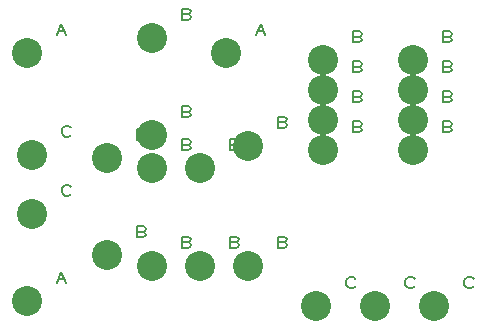
<source format=gbr>
%FSLAX35Y35*%
%MOIN*%
G04 EasyPC Gerber Version 18.0.9 Build 3640 *
%ADD19C,0.00500*%
%ADD18C,0.10000*%
X0Y0D02*
D02*
D18*
X12061Y15388D03*
Y98065D03*
X13750Y44565D03*
Y64250D03*
X38750Y30750D03*
Y63250D03*
X53750Y27250D03*
Y59750D03*
Y70750D03*
Y103250D03*
X69750Y27250D03*
Y59750D03*
X78486Y98065D03*
X85750Y27250D03*
Y67250D03*
X108565Y13750D03*
X110750Y65750D03*
Y75750D03*
Y85750D03*
Y95750D03*
X128250Y13750D03*
X140750Y65750D03*
Y75750D03*
Y85750D03*
Y95750D03*
X147935Y13750D03*
D02*
D19*
X22061Y21325D02*
X23624Y25075D01*
X25186Y21325*
X22686Y22888D02*
X24561D01*
X22061Y104002D02*
X23624Y107752D01*
X25186Y104002*
X22686Y105565D02*
X24561D01*
X26875Y51128D02*
X26563Y50815D01*
X25937Y50502*
X25000*
X24375Y50815*
X24063Y51128*
X23750Y51752*
Y53002*
X24063Y53628*
X24375Y53940*
X25000Y54252*
X25937*
X26563Y53940*
X26875Y53628*
Y70813D02*
X26563Y70500D01*
X25937Y70187*
X25000*
X24375Y70500*
X24063Y70813*
X23750Y71437*
Y72687*
X24063Y73313*
X24375Y73625*
X25000Y73937*
X25937*
X26563Y73625*
X26875Y73313*
X50937Y38563D02*
X51563Y38250D01*
X51875Y37625*
X51563Y37000*
X50937Y36687*
X48750*
Y40437*
X50937*
X51563Y40125*
X51875Y39500*
X51563Y38875*
X50937Y38563*
X48750*
X50937Y71063D02*
X51563Y70750D01*
X51875Y70125*
X51563Y69500*
X50937Y69187*
X48750*
Y72937*
X50937*
X51563Y72625*
X51875Y72000*
X51563Y71375*
X50937Y71063*
X48750*
X65937Y35063D02*
X66563Y34750D01*
X66875Y34125*
X66563Y33500*
X65937Y33187*
X63750*
Y36937*
X65937*
X66563Y36625*
X66875Y36000*
X66563Y35375*
X65937Y35063*
X63750*
X65937Y67563D02*
X66563Y67250D01*
X66875Y66625*
X66563Y66000*
X65937Y65687*
X63750*
Y69437*
X65937*
X66563Y69125*
X66875Y68500*
X66563Y67875*
X65937Y67563*
X63750*
X65937Y78563D02*
X66563Y78250D01*
X66875Y77625*
X66563Y77000*
X65937Y76687*
X63750*
Y80437*
X65937*
X66563Y80125*
X66875Y79500*
X66563Y78875*
X65937Y78563*
X63750*
X65937Y111063D02*
X66563Y110750D01*
X66875Y110125*
X66563Y109500*
X65937Y109187*
X63750*
Y112937*
X65937*
X66563Y112625*
X66875Y112000*
X66563Y111375*
X65937Y111063*
X63750*
X81937Y35063D02*
X82563Y34750D01*
X82875Y34125*
X82563Y33500*
X81937Y33187*
X79750*
Y36937*
X81937*
X82563Y36625*
X82875Y36000*
X82563Y35375*
X81937Y35063*
X79750*
X81937Y67563D02*
X82563Y67250D01*
X82875Y66625*
X82563Y66000*
X81937Y65687*
X79750*
Y69437*
X81937*
X82563Y69125*
X82875Y68500*
X82563Y67875*
X81937Y67563*
X79750*
X88486Y104002D02*
X90049Y107752D01*
X91611Y104002*
X89111Y105565D02*
X90986D01*
X97937Y35063D02*
X98563Y34750D01*
X98875Y34125*
X98563Y33500*
X97937Y33187*
X95750*
Y36937*
X97937*
X98563Y36625*
X98875Y36000*
X98563Y35375*
X97937Y35063*
X95750*
X97937Y75063D02*
X98563Y74750D01*
X98875Y74125*
X98563Y73500*
X97937Y73187*
X95750*
Y76937*
X97937*
X98563Y76625*
X98875Y76000*
X98563Y75375*
X97937Y75063*
X95750*
X121690Y20313D02*
X121378Y20000D01*
X120752Y19687*
X119815*
X119190Y20000*
X118878Y20313*
X118565Y20937*
Y22187*
X118878Y22813*
X119190Y23125*
X119815Y23437*
X120752*
X121378Y23125*
X121690Y22813*
X122937Y73563D02*
X123563Y73250D01*
X123875Y72625*
X123563Y72000*
X122937Y71687*
X120750*
Y75437*
X122937*
X123563Y75125*
X123875Y74500*
X123563Y73875*
X122937Y73563*
X120750*
X122937Y83563D02*
X123563Y83250D01*
X123875Y82625*
X123563Y82000*
X122937Y81687*
X120750*
Y85437*
X122937*
X123563Y85125*
X123875Y84500*
X123563Y83875*
X122937Y83563*
X120750*
X122937Y93563D02*
X123563Y93250D01*
X123875Y92625*
X123563Y92000*
X122937Y91687*
X120750*
Y95437*
X122937*
X123563Y95125*
X123875Y94500*
X123563Y93875*
X122937Y93563*
X120750*
X122937Y103563D02*
X123563Y103250D01*
X123875Y102625*
X123563Y102000*
X122937Y101687*
X120750*
Y105437*
X122937*
X123563Y105125*
X123875Y104500*
X123563Y103875*
X122937Y103563*
X120750*
X141375Y20313D02*
X141063Y20000D01*
X140437Y19687*
X139500*
X138875Y20000*
X138563Y20313*
X138250Y20937*
Y22187*
X138563Y22813*
X138875Y23125*
X139500Y23437*
X140437*
X141063Y23125*
X141375Y22813*
X152937Y73563D02*
X153563Y73250D01*
X153875Y72625*
X153563Y72000*
X152937Y71687*
X150750*
Y75437*
X152937*
X153563Y75125*
X153875Y74500*
X153563Y73875*
X152937Y73563*
X150750*
X152937Y83563D02*
X153563Y83250D01*
X153875Y82625*
X153563Y82000*
X152937Y81687*
X150750*
Y85437*
X152937*
X153563Y85125*
X153875Y84500*
X153563Y83875*
X152937Y83563*
X150750*
X152937Y93563D02*
X153563Y93250D01*
X153875Y92625*
X153563Y92000*
X152937Y91687*
X150750*
Y95437*
X152937*
X153563Y95125*
X153875Y94500*
X153563Y93875*
X152937Y93563*
X150750*
X152937Y103563D02*
X153563Y103250D01*
X153875Y102625*
X153563Y102000*
X152937Y101687*
X150750*
Y105437*
X152937*
X153563Y105125*
X153875Y104500*
X153563Y103875*
X152937Y103563*
X150750*
X161060Y20313D02*
X160748Y20000D01*
X160122Y19687*
X159185*
X158560Y20000*
X158248Y20313*
X157935Y20937*
Y22187*
X158248Y22813*
X158560Y23125*
X159185Y23437*
X160122*
X160748Y23125*
X161060Y22813*
X0Y0D02*
M02*

</source>
